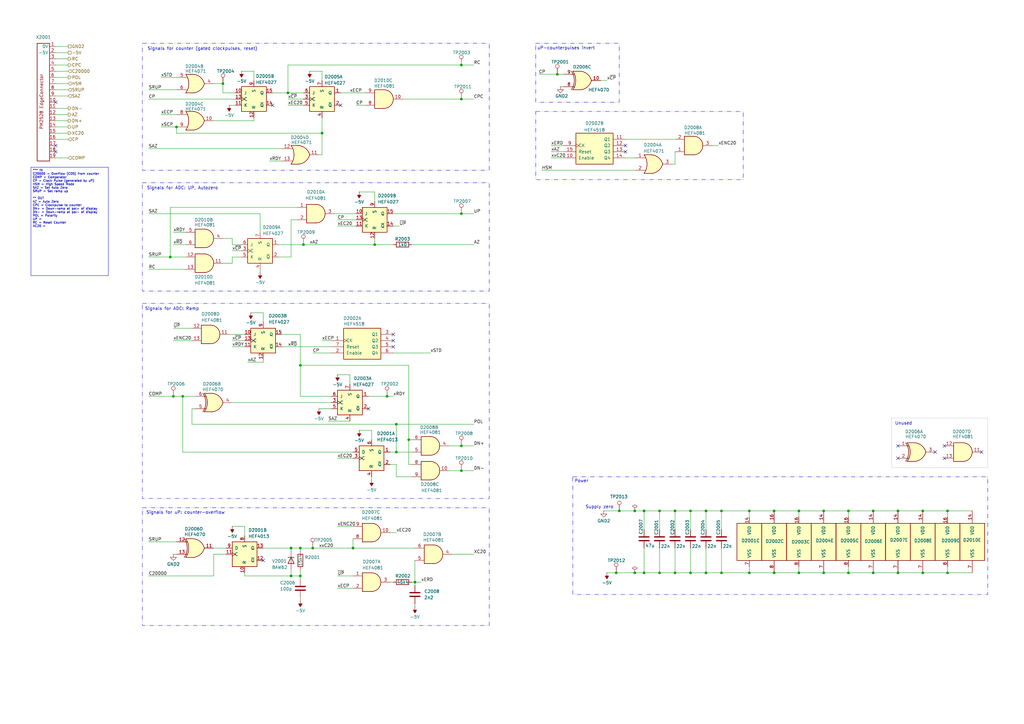
<source format=kicad_sch>
(kicad_sch (version 20250114) (generator "eeschema") (generator_version "9.0")
  (paper "A3")
  (title_block (title "Philips PM2528 - N20 (ADC Control)") (date "2025-08-07") (rev "1.0") (company "D. Kupers"))
  (rectangle (start 58.42 124.46) (end 200.66 204.47) (stroke (width 0) (type dash_dot_dot)))
  (rectangle (start 365.76 171.45) (end 405.13 191.77) (stroke (width 0) (type dot)))
  (rectangle (start 58.42 17.78) (end 200.66 69.85) (stroke (width 0) (type dash_dot_dot)))
  (rectangle (start 58.42 74.93) (end 200.66 119.38) (stroke (width 0) (type dash_dot_dot)))
  (rectangle (start 219.71 17.78) (end 254 41.91) (stroke (width 0) (type dash_dot_dot)))
  (rectangle (start 58.42 208.28) (end 200.66 256.54) (stroke (width 0) (type dash_dot_dot)))
  (rectangle (start 219.71 45.72) (end 304.8 73.66) (stroke (width 0) (type dash_dot_dot)))
  (rectangle (start 234.95 195.58) (end 405.13 243.84) (stroke (width 0) (type dash_dot_dot)))
  (text "Signals for ADC: UP, Autozero" (at 60.198 77.216 0) (effects (font (size 1.27 1.27)) (justify left)))
  (text "Signals for ADC: Ramp" (at 59.436 126.746 0) (effects (font (size 1.27 1.27)) (justify left)))
  (text "Power" (at 238.506 197.358 0) (effects (font (size 1.27 1.27))))
  (text "Supply zero" (at 245.872 208.026 0) (effects (font (size 1.27 1.27))))
  (text "uP-counterpulses invert" (at 232.156 19.812 0) (effects (font (size 1.27 1.27))))
  (text "Signals for counter (gated clockpulses, reset)" (at 60.452 20.066 0) (effects (font (size 1.27 1.27)) (justify left)))
  (text "Signals for uP: counter-overflow" (at 59.944 210.312 0) (effects (font (size 1.27 1.27)) (justify left)))
  (text "Unused" (at 370.586 173.736 0) (effects (font (size 1.27 1.27))))
  (text_box "*** IN\nC20000 = Overflow (CO5) from counter\nCOMP = Comperator\nCP = Clock Pulse (generated by uP)\nHSM = High Speed Mode\nSAZ = Set Auto Zero\nSRUP = Set ramp up\n\n** OUT\nAZ = Auto Zero\nCPC = Clockpulse to counter\nDN+ = Down-ramp at pol+ of display\nDN- = Down-ramp at pol- of display\nPOL = Polarity\nUP =\nRC = Reset Counter\nXC20 = \n" (at 12.7 68.58 0) (size 31.75 44.45) (margins 0.6668 0.6668 0.6668 0.6668) (effects (font (size 0.889 0.889)) (justify left top)))
  (junction (at 289.56 209.55))
  (junction (at 124.46 100.33))
  (junction (at 368.3 234.95))
  (junction (at 295.91 234.95))
  (junction (at 228.6 30.48))
  (junction (at 189.23 26.67))
  (junction (at 123.19 236.22))
  (junction (at 167.64 180.34))
  (junction (at 74.93 162.56))
  (junction (at 260.35 234.95))
  (junction (at 295.91 209.55))
  (junction (at 162.56 185.42))
  (junction (at 189.23 40.64))
  (junction (at 72.39 52.07))
  (junction (at 132.08 54.61))
  (junction (at 283.21 234.95))
  (junction (at 119.38 236.22))
  (junction (at 347.98 209.55))
  (junction (at 260.35 209.55))
  (junction (at 158.75 162.56))
  (junction (at 327.66 209.55))
  (junction (at 252.73 234.95))
  (junction (at 347.98 234.95))
  (junction (at 128.27 224.79))
  (junction (at 69.85 105.41))
  (junction (at 153.67 100.33))
  (junction (at 270.51 234.95))
  (junction (at 368.3 209.55))
  (junction (at 276.86 234.95))
  (junction (at 337.82 234.95))
  (junction (at 317.5 209.55))
  (junction (at 337.82 209.55))
  (junction (at 264.16 209.55))
  (junction (at 378.46 234.95))
  (junction (at 119.38 224.79))
  (junction (at 307.34 234.95))
  (junction (at 283.21 209.55))
  (junction (at 378.46 209.55))
  (junction (at 189.23 182.88))
  (junction (at 118.11 38.1))
  (junction (at 289.56 234.95))
  (junction (at 162.56 173.99))
  (junction (at 388.62 234.95))
  (junction (at 123.19 149.86))
  (junction (at 189.23 87.63))
  (junction (at 189.23 193.04))
  (junction (at 91.44 34.29))
  (junction (at 327.66 234.95))
  (junction (at 170.18 238.76))
  (junction (at 264.16 234.95))
  (junction (at 254 209.55))
  (junction (at 144.78 224.79))
  (junction (at 276.86 209.55))
  (junction (at 358.14 209.55))
  (junction (at 358.14 234.95))
  (junction (at 317.5 234.95))
  (junction (at 307.34 209.55))
  (junction (at 71.12 162.56))
  (junction (at 388.62 209.55))
  (junction (at 123.19 224.79))
  (junction (at 270.51 209.55))
  (no_connect (at 111.76 43.18))
  (no_connect (at 368.3 187.96))
  (no_connect (at 107.95 229.87))
  (no_connect (at 22.86 59.69))
  (no_connect (at 383.54 185.42))
  (no_connect (at 161.29 142.24))
  (no_connect (at 387.35 182.88))
  (no_connect (at 139.7 43.18))
  (no_connect (at 256.54 62.23))
  (no_connect (at 161.29 137.16))
  (no_connect (at 402.59 185.42))
  (no_connect (at 256.54 59.69))
  (no_connect (at 368.3 182.88))
  (no_connect (at 387.35 187.96))
  (no_connect (at 151.13 167.64))
  (no_connect (at 161.29 139.7))
  (no_connect (at 22.86 62.23))
  (no_connect (at 22.86 41.91))
  (wire (pts (xy 153.67 97.79) (xy 153.67 100.33)))
  (wire (pts (xy 78.74 173.99) (xy 78.74 167.64)))
  (wire (pts (xy 118.11 43.18) (xy 124.46 43.18)))
  (wire (pts (xy 144.78 224.79) (xy 170.18 224.79)))
  (wire (pts (xy 95.25 97.79) (xy 95.25 100.33)))
  (wire (pts (xy 123.19 233.68) (xy 123.19 236.22)))
  (wire (pts (xy 289.56 209.55) (xy 295.91 209.55)))
  (wire (pts (xy 132.08 33.02) (xy 132.08 29.21)))
  (wire (pts (xy 22.86 52.07) (xy 27.94 52.07)))
  (wire (pts (xy 347.98 209.55) (xy 358.14 209.55)))
  (wire (pts (xy 264.16 209.55) (xy 264.16 217.17)))
  (wire (pts (xy 74.93 185.42) (xy 144.78 185.42)))
  (wire (pts (xy 168.91 180.34) (xy 167.64 180.34)))
  (wire (pts (xy 104.14 29.21) (xy 104.14 33.02)))
  (wire (pts (xy 276.86 67.31) (xy 276.86 62.23)))
  (wire (pts (xy 347.98 232.41) (xy 347.98 234.95)))
  (wire (pts (xy 118.11 26.67) (xy 118.11 38.1)))
  (wire (pts (xy 270.51 209.55) (xy 270.51 217.17)))
  (wire (pts (xy 275.59 67.31) (xy 276.86 67.31)))
  (wire (pts (xy 87.63 236.22) (xy 87.63 227.33)))
  (wire (pts (xy 115.57 137.16) (xy 123.19 137.16)))
  (wire (pts (xy 91.44 107.95) (xy 95.25 107.95)))
  (wire (pts (xy 327.66 209.55) (xy 327.66 212.09)))
  (wire (pts (xy 128.27 224.79) (xy 144.78 224.79)))
  (wire (pts (xy 167.64 180.34) (xy 167.64 149.86)))
  (wire (pts (xy 60.96 110.49) (xy 76.2 110.49)))
  (wire (pts (xy 22.86 31.75) (xy 27.94 31.75)))
  (wire (pts (xy 22.86 36.83) (xy 27.94 36.83)))
  (wire (pts (xy 124.46 100.33) (xy 153.67 100.33)))
  (wire (pts (xy 162.56 173.99) (xy 162.56 185.42)))
  (wire (pts (xy 107.95 224.79) (xy 119.38 224.79)))
  (wire (pts (xy 104.14 49.53) (xy 104.14 48.26)))
  (wire (pts (xy 151.13 162.56) (xy 158.75 162.56)))
  (wire (pts (xy 71.12 95.25) (xy 76.2 95.25)))
  (wire (pts (xy 60.96 60.96) (xy 115.57 60.96)))
  (wire (pts (xy 152.4 176.53) (xy 152.4 180.34)))
  (wire (pts (xy 307.34 234.95) (xy 317.5 234.95)))
  (wire (pts (xy 60.96 36.83) (xy 72.39 36.83)))
  (wire (pts (xy 378.46 234.95) (xy 388.62 234.95)))
  (wire (pts (xy 138.43 153.67) (xy 143.51 153.67)))
  (wire (pts (xy 276.86 209.55) (xy 283.21 209.55)))
  (wire (pts (xy 189.23 40.64) (xy 194.31 40.64)))
  (wire (pts (xy 99.06 29.21) (xy 104.14 29.21)))
  (wire (pts (xy 229.87 35.56) (xy 231.14 35.56)))
  (wire (pts (xy 194.31 173.99) (xy 162.56 173.99)))
  (wire (pts (xy 289.56 224.79) (xy 289.56 234.95)))
  (wire (pts (xy 194.31 26.67) (xy 189.23 26.67)))
  (wire (pts (xy 138.43 215.9) (xy 144.78 215.9)))
  (wire (pts (xy 87.63 49.53) (xy 104.14 49.53)))
  (wire (pts (xy 283.21 224.79) (xy 283.21 234.95)))
  (wire (pts (xy 114.3 100.33) (xy 124.46 100.33)))
  (wire (pts (xy 170.18 238.76) (xy 172.72 238.76)))
  (wire (pts (xy 123.19 149.86) (xy 123.19 162.56)))
  (wire (pts (xy 95.25 102.87) (xy 99.06 102.87)))
  (wire (pts (xy 60.96 105.41) (xy 69.85 105.41)))
  (wire (pts (xy 95.25 100.33) (xy 99.06 100.33)))
  (wire (pts (xy 138.43 90.17) (xy 146.05 90.17)))
  (wire (pts (xy 118.11 26.67) (xy 189.23 26.67)))
  (wire (pts (xy 162.56 195.58) (xy 168.91 195.58)))
  (wire (pts (xy 246.38 33.02) (xy 248.92 33.02)))
  (wire (pts (xy 66.04 52.07) (xy 72.39 52.07)))
  (wire (pts (xy 119.38 224.79) (xy 123.19 224.79)))
  (wire (pts (xy 289.56 209.55) (xy 289.56 217.17)))
  (wire (pts (xy 72.39 54.61) (xy 72.39 52.07)))
  (wire (pts (xy 153.67 100.33) (xy 161.29 100.33)))
  (wire (pts (xy 270.51 209.55) (xy 276.86 209.55)))
  (wire (pts (xy 388.62 232.41) (xy 388.62 234.95)))
  (wire (pts (xy 78.74 173.99) (xy 162.56 173.99)))
  (wire (pts (xy 254 209.55) (xy 260.35 209.55)))
  (wire (pts (xy 185.42 227.33) (xy 194.31 227.33)))
  (wire (pts (xy 106.68 111.76) (xy 106.68 110.49)))
  (wire (pts (xy 228.6 30.48) (xy 231.14 30.48)))
  (wire (pts (xy 66.04 46.99) (xy 72.39 46.99)))
  (wire (pts (xy 22.86 21.59) (xy 27.94 21.59)))
  (wire (pts (xy 283.21 209.55) (xy 283.21 217.17)))
  (wire (pts (xy 60.96 222.25) (xy 72.39 222.25)))
  (wire (pts (xy 146.05 43.18) (xy 149.86 43.18)))
  (wire (pts (xy 160.02 218.44) (xy 162.56 218.44)))
  (wire (pts (xy 168.91 190.5) (xy 167.64 190.5)))
  (wire (pts (xy 123.19 137.16) (xy 123.19 149.86)))
  (wire (pts (xy 368.3 209.55) (xy 378.46 209.55)))
  (wire (pts (xy 388.62 209.55) (xy 398.78 209.55)))
  (wire (pts (xy 226.06 64.77) (xy 231.14 64.77)))
  (wire (pts (xy 22.86 54.61) (xy 27.94 54.61)))
  (wire (pts (xy 22.86 34.29) (xy 27.94 34.29)))
  (wire (pts (xy 160.02 238.76) (xy 161.29 238.76)))
  (wire (pts (xy 71.12 139.7) (xy 78.74 139.7)))
  (wire (pts (xy 252.73 234.95) (xy 260.35 234.95)))
  (wire (pts (xy 95.25 139.7) (xy 100.33 139.7)))
  (wire (pts (xy 147.32 176.53) (xy 152.4 176.53)))
  (wire (pts (xy 337.82 234.95) (xy 347.98 234.95)))
  (wire (pts (xy 358.14 234.95) (xy 368.3 234.95)))
  (wire (pts (xy 119.38 90.17) (xy 119.38 105.41)))
  (wire (pts (xy 71.12 162.56) (xy 74.93 162.56)))
  (wire (pts (xy 22.86 26.67) (xy 27.94 26.67)))
  (wire (pts (xy 22.86 64.77) (xy 27.94 64.77)))
  (wire (pts (xy 317.5 209.55) (xy 327.66 209.55)))
  (wire (pts (xy 78.74 167.64) (xy 80.01 167.64)))
  (wire (pts (xy 71.12 134.62) (xy 78.74 134.62)))
  (wire (pts (xy 220.98 30.48) (xy 228.6 30.48)))
  (wire (pts (xy 95.25 142.24) (xy 100.33 142.24)))
  (wire (pts (xy 170.18 247.65) (xy 170.18 248.92)))
  (wire (pts (xy 132.08 48.26) (xy 132.08 54.61)))
  (wire (pts (xy 264.16 209.55) (xy 270.51 209.55)))
  (wire (pts (xy 143.51 153.67) (xy 143.51 157.48)))
  (wire (pts (xy 137.16 87.63) (xy 146.05 87.63)))
  (wire (pts (xy 160.02 185.42) (xy 162.56 185.42)))
  (wire (pts (xy 368.3 234.95) (xy 378.46 234.95)))
  (wire (pts (xy 111.76 38.1) (xy 118.11 38.1)))
  (wire (pts (xy 170.18 238.76) (xy 170.18 229.87)))
  (wire (pts (xy 139.7 38.1) (xy 149.86 38.1)))
  (wire (pts (xy 276.86 234.95) (xy 283.21 234.95)))
  (wire (pts (xy 170.18 240.03) (xy 170.18 238.76)))
  (wire (pts (xy 264.16 234.95) (xy 270.51 234.95)))
  (wire (pts (xy 71.12 227.33) (xy 72.39 227.33)))
  (wire (pts (xy 132.08 54.61) (xy 132.08 63.5)))
  (wire (pts (xy 22.86 29.21) (xy 27.94 29.21)))
  (wire (pts (xy 168.91 100.33) (xy 194.31 100.33)))
  (wire (pts (xy 276.86 224.79) (xy 276.86 234.95)))
  (wire (pts (xy 93.98 43.18) (xy 96.52 43.18)))
  (wire (pts (xy 189.23 182.88) (xy 194.31 182.88)))
  (wire (pts (xy 127 29.21) (xy 132.08 29.21)))
  (wire (pts (xy 106.68 87.63) (xy 106.68 95.25)))
  (wire (pts (xy 295.91 224.79) (xy 295.91 234.95)))
  (wire (pts (xy 66.04 31.75) (xy 72.39 31.75)))
  (wire (pts (xy 295.91 209.55) (xy 307.34 209.55)))
  (wire (pts (xy 256.54 57.15) (xy 276.86 57.15)))
  (wire (pts (xy 69.85 105.41) (xy 76.2 105.41)))
  (wire (pts (xy 118.11 38.1) (xy 124.46 38.1)))
  (wire (pts (xy 95.25 165.1) (xy 135.89 165.1)))
  (wire (pts (xy 60.96 87.63) (xy 106.68 87.63)))
  (wire (pts (xy 264.16 224.79) (xy 264.16 234.95)))
  (wire (pts (xy 378.46 209.55) (xy 388.62 209.55)))
  (wire (pts (xy 347.98 209.55) (xy 347.98 212.09)))
  (wire (pts (xy 119.38 224.79) (xy 119.38 226.06)))
  (wire (pts (xy 118.11 40.64) (xy 124.46 40.64)))
  (wire (pts (xy 226.06 59.69) (xy 231.14 59.69)))
  (wire (pts (xy 161.29 92.71) (xy 163.83 92.71)))
  (wire (pts (xy 95.25 215.9) (xy 100.33 215.9)))
  (wire (pts (xy 69.85 85.09) (xy 121.92 85.09)))
  (wire (pts (xy 388.62 209.55) (xy 388.62 212.09)))
  (wire (pts (xy 123.19 224.79) (xy 128.27 224.79)))
  (wire (pts (xy 161.29 144.78) (xy 176.53 144.78)))
  (wire (pts (xy 69.85 85.09) (xy 69.85 105.41)))
  (wire (pts (xy 162.56 185.42) (xy 168.91 185.42)))
  (wire (pts (xy 74.93 162.56) (xy 74.93 185.42)))
  (wire (pts (xy 347.98 234.95) (xy 358.14 234.95)))
  (wire (pts (xy 276.86 209.55) (xy 276.86 217.17)))
  (wire (pts (xy 60.96 40.64) (xy 96.52 40.64)))
  (wire (pts (xy 168.91 238.76) (xy 170.18 238.76)))
  (wire (pts (xy 270.51 224.79) (xy 270.51 234.95)))
  (wire (pts (xy 91.44 97.79) (xy 95.25 97.79)))
  (wire (pts (xy 119.38 105.41) (xy 114.3 105.41)))
  (wire (pts (xy 138.43 187.96) (xy 144.78 187.96)))
  (wire (pts (xy 87.63 34.29) (xy 91.44 34.29)))
  (wire (pts (xy 107.95 128.27) (xy 107.95 132.08)))
  (wire (pts (xy 317.5 234.95) (xy 327.66 234.95)))
  (wire (pts (xy 134.62 172.72) (xy 143.51 172.72)))
  (wire (pts (xy 283.21 234.95) (xy 289.56 234.95)))
  (wire (pts (xy 91.44 38.1) (xy 96.52 38.1)))
  (wire (pts (xy 107.95 147.32) (xy 107.95 148.59)))
  (wire (pts (xy 91.44 34.29) (xy 91.44 38.1)))
  (wire (pts (xy 123.19 245.11) (xy 123.19 246.38)))
  (wire (pts (xy 138.43 241.3) (xy 144.78 241.3)))
  (wire (pts (xy 115.57 142.24) (xy 135.89 142.24)))
  (wire (pts (xy 119.38 90.17) (xy 121.92 90.17)))
  (wire (pts (xy 292.1 59.69) (xy 294.64 59.69)))
  (wire (pts (xy 22.86 19.05) (xy 27.94 19.05)))
  (wire (pts (xy 260.35 234.95) (xy 264.16 234.95)))
  (wire (pts (xy 337.82 209.55) (xy 347.98 209.55)))
  (wire (pts (xy 247.65 209.55) (xy 254 209.55)))
  (wire (pts (xy 22.86 39.37) (xy 27.94 39.37)))
  (wire (pts (xy 327.66 232.41) (xy 327.66 234.95)))
  (wire (pts (xy 295.91 209.55) (xy 295.91 217.17)))
  (wire (pts (xy 123.19 236.22) (xy 119.38 236.22)))
  (wire (pts (xy 165.1 40.64) (xy 189.23 40.64)))
  (wire (pts (xy 60.96 236.22) (xy 87.63 236.22)))
  (wire (pts (xy 144.78 220.98) (xy 144.78 224.79)))
  (wire (pts (xy 60.96 162.56) (xy 71.12 162.56)))
  (wire (pts (xy 222.25 69.85) (xy 260.35 69.85)))
  (wire (pts (xy 307.34 209.55) (xy 307.34 212.09)))
  (wire (pts (xy 72.39 54.61) (xy 132.08 54.61)))
  (wire (pts (xy 95.25 107.95) (xy 95.25 105.41)))
  (wire (pts (xy 184.15 182.88) (xy 189.23 182.88)))
  (wire (pts (xy 147.32 78.74) (xy 153.67 78.74)))
  (wire (pts (xy 130.81 63.5) (xy 132.08 63.5)))
  (wire (pts (xy 119.38 236.22) (xy 100.33 236.22)))
  (wire (pts (xy 87.63 227.33) (xy 92.71 227.33)))
  (wire (pts (xy 119.38 233.68) (xy 119.38 236.22)))
  (wire (pts (xy 123.19 162.56) (xy 135.89 162.56)))
  (wire (pts (xy 123.19 226.06) (xy 123.19 224.79)))
  (wire (pts (xy 87.63 224.79) (xy 92.71 224.79)))
  (wire (pts (xy 130.81 167.64) (xy 135.89 167.64)))
  (wire (pts (xy 74.93 162.56) (xy 80.01 162.56)))
  (wire (pts (xy 153.67 82.55) (xy 153.67 78.74)))
  (wire (pts (xy 128.27 144.78) (xy 135.89 144.78)))
  (wire (pts (xy 22.86 24.13) (xy 27.94 24.13)))
  (wire (pts (xy 102.87 128.27) (xy 107.95 128.27)))
  (wire (pts (xy 226.06 62.23) (xy 231.14 62.23)))
  (wire (pts (xy 138.43 92.71) (xy 146.05 92.71)))
  (wire (pts (xy 184.15 193.04) (xy 189.23 193.04)))
  (wire (pts (xy 152.4 196.85) (xy 152.4 195.58)))
  (wire (pts (xy 248.92 234.95) (xy 252.73 234.95)))
  (wire (pts (xy 100.33 215.9) (xy 100.33 219.71)))
  (wire (pts (xy 260.35 209.55) (xy 264.16 209.55)))
  (wire (pts (xy 307.34 232.41) (xy 307.34 234.95)))
  (wire (pts (xy 95.25 105.41) (xy 99.06 105.41)))
  (wire (pts (xy 260.35 64.77) (xy 256.54 64.77)))
  (wire (pts (xy 110.49 66.04) (xy 115.57 66.04)))
  (wire (pts (xy 138.43 236.22) (xy 144.78 236.22)))
  (wire (pts (xy 358.14 209.55) (xy 368.3 209.55)))
  (wire (pts (xy 123.19 237.49) (xy 123.19 236.22)))
  (wire (pts (xy 22.86 49.53) (xy 27.94 49.53)))
  (wire (pts (xy 388.62 234.95) (xy 398.78 234.95)))
  (wire (pts (xy 160.02 190.5) (xy 162.56 190.5)))
  (wire (pts (xy 307.34 209.55) (xy 317.5 209.55)))
  (wire (pts (xy 71.12 100.33) (xy 76.2 100.33)))
  (wire (pts (xy 100.33 236.22) (xy 100.33 234.95)))
  (wire (pts (xy 189.23 193.04) (xy 194.31 193.04)))
  (wire (pts (xy 93.98 137.16) (xy 100.33 137.16)))
  (wire (pts (xy 327.66 209.55) (xy 337.82 209.55)))
  (wire (pts (xy 167.64 190.5) (xy 167.64 180.34)))
  (wire (pts (xy 22.86 46.99) (xy 27.94 46.99)))
  (wire (pts (xy 22.86 57.15) (xy 27.94 57.15)))
  (wire (pts (xy 158.75 162.56) (xy 161.29 162.56)))
  (wire (pts (xy 189.23 87.63) (xy 194.31 87.63)))
  (wire (pts (xy 270.51 234.95) (xy 276.86 234.95)))
  (wire (pts (xy 22.86 44.45) (xy 27.94 44.45)))
  (wire (pts (xy 107.95 148.59) (xy 101.6 148.59)))
  (wire (pts (xy 283.21 209.55) (xy 289.56 209.55)))
  (wire (pts (xy 327.66 234.95) (xy 337.82 234.95)))
  (wire (pts (xy 295.91 234.95) (xy 307.34 234.95)))
  (wire (pts (xy 132.08 139.7) (xy 135.89 139.7)))
  (wire (pts (xy 289.56 234.95) (xy 295.91 234.95)))
  (wire (pts (xy 123.19 149.86) (xy 167.64 149.86)))
  (wire (pts (xy 161.29 87.63) (xy 189.23 87.63)))
  (wire (pts (xy 162.56 190.5) (xy 162.56 195.58)))
  (label "SAZ" (at 134.62 172.72 0))
  (label "xECP" (at 138.43 241.3 0))
  (label "C20000" (at 60.96 236.22 0))
  (label "xSTD" (at 66.04 31.75 0))
  (label "CP" (at 60.96 40.64 0))
  (label "CP" (at 138.43 90.17 0))
  (label "xRDY" (at 110.49 66.04 0))
  (label "xECP" (at 132.08 139.7 0))
  (label "CP" (at 128.27 144.78 0))
  (label "SRUP" (at 60.96 222.25 0))
  (label "SRUP" (at 60.96 105.41 0))
  (label "x~{RD}" (at 118.11 142.24 0))
  (label "xERD" (at 226.06 59.69 0))
  (label "xSTD" (at 176.53 144.78 0))
  (label "xEC20" (at 138.43 92.71 0))
  (label "xRDY" (at 161.29 162.56 0))
  (label "~{UP}" (at 163.83 92.71 0))
  (label "UP" (at 194.31 87.63 0))
  (label "xxC20" (at 130.81 224.79 0))
  (label "xECP" (at 143.51 38.1 0))
  (label "xENC20" (at 294.64 59.69 0))
  (label "xECP" (at 66.04 46.99 0))
  (label "xENC20" (at 138.43 215.9 0))
  (label "xERD" (at 172.72 238.76 0))
  (label "DN-" (at 194.31 193.04 0))
  (label "XC20" (at 194.31 227.33 0))
  (label "SAZ" (at 60.96 87.63 0))
  (label "AZ" (at 194.31 100.33 0))
  (label "xAZ" (at 226.06 62.23 0))
  (label "x~{CP}" (at 95.25 139.7 0))
  (label "CPC" (at 194.31 40.64 0))
  (label "SAZ" (at 60.96 60.96 0))
  (label "xSCP" (at 66.04 52.07 0))
  (label "xEC20" (at 162.56 218.44 0))
  (label "x~{CP}" (at 248.92 33.02 0))
  (label "x~{RD}" (at 71.12 100.33 0))
  (label "DN+" (at 194.31 182.88 0))
  (label "xRDY" (at 95.25 142.24 0))
  (label "x~{CP}" (at 95.25 102.87 0))
  (label "xENC20" (at 71.12 139.7 0))
  (label "xAZ" (at 101.6 148.59 0))
  (label "COMP" (at 60.96 162.56 0))
  (label "xEC20" (at 138.43 187.96 0))
  (label "SRUP" (at 60.96 36.83 0))
  (label "xEC20" (at 118.11 43.18 0))
  (label "x~{CP}" (at 118.11 40.64 0))
  (label "HSM" (at 222.25 69.85 0))
  (label "xxC20" (at 226.06 64.77 0))
  (label "CP" (at 146.05 43.18 0))
  (label "xRDY" (at 71.12 95.25 0))
  (label "RC" (at 194.31 26.67 0))
  (label "~{UP}" (at 138.43 236.22 0))
  (label "POL" (at 194.31 173.99 0))
  (label "RC" (at 60.96 110.49 0))
  (label "~{UP}" (at 71.12 134.62 0))
  (label "CP" (at 220.98 30.48 0))
  (label "xAZ" (at 127 100.33 0))
  (hierarchical_label "SAZ" (shape input) (at 27.94 39.37 0))
  (hierarchical_label "HSM" (shape input) (at 27.94 34.29 0))
  (hierarchical_label "AZ" (shape output) (at 27.94 46.99 0))
  (hierarchical_label "DN+" (shape output) (at 27.94 49.53 0))
  (hierarchical_label "CP" (shape input) (at 27.94 57.15 0))
  (hierarchical_label "XC20" (shape output) (at 27.94 54.61 0))
  (hierarchical_label "C20000" (shape input) (at 27.94 29.21 0))
  (hierarchical_label "DN-" (shape output) (at 27.94 44.45 0))
  (hierarchical_label "COMP" (shape input) (at 27.94 64.77 0))
  (hierarchical_label "RC" (shape output) (at 27.94 24.13 0))
  (hierarchical_label "-5V" (shape passive) (at 27.94 21.59 0))
  (hierarchical_label "CPC" (shape output) (at 27.94 26.67 0))
  (hierarchical_label "UP" (shape output) (at 27.94 52.07 0))
  (hierarchical_label "SRUP" (shape input) (at 27.94 36.83 0))
  (hierarchical_label "GND2" (shape passive) (at 27.94 19.05 0))
  (hierarchical_label "POL" (shape output) (at 27.94 31.75 0))
  (symbol (lib_id "Device:R") (at 165.1 100.33 90) (unit 1)
    (property "Reference" "R2003" (at 165.1 98.044 90))
    (property "Value" "1k0" (at 165.1 100.33 90))
    (property "Footprint" "Resistor_THT:R_Axial_DIN0207_L6.3mm_D2.5mm_P10.16mm_Horizontal" (effects (hide yes)))
    (property "Description" "Resistor" (effects (hide yes)))
  )
  (symbol (lib_id "4xxx:4070") (at 375.92 185.42 0) (unit 1)
    (property "Reference" "D2006" (at 374.904 177.038 0))
    (property "Value" "HEF4070" (at 375.6152 179.07 0))
    (property "Footprint" "Package_DIP:DIP-14_W7.62mm" (effects (hide yes)))
    (property "Datasheet" "http://www.intersil.com/content/dam/Intersil/documents/cd40/cd4070bms-77bms.pdf" (effects (hide yes)))
    (property "Description" "Quad Xor 2 inputs" (effects (hide yes)))
  )
  (symbol (lib_id "PM2528:PCBEdge_Plugincard") (at 17.78 41.91 0) (unit 1)
    (property "Reference" "X2001" (at 17.78 15.24 0))
    (property "Footprint" "PM2528:PM2528_RiserCardConnector" (effects (hide yes)))
  )
  (symbol (lib_id "4xxx:4027") (at 107.95 139.7 0) (unit 2)
    (property "Reference" "D2003" (at 110.1441 129.54 0) (effects (justify left)))
    (property "Value" "HEF4027" (at 110.1441 132.08 0) (effects (justify left)))
    (property "Footprint" "Package_DIP:DIP-16_W7.62mm" (effects (hide yes)))
    (property "Datasheet" "http://www.intersil.com/content/dam/Intersil/documents/cd40/cd4027bms.pdf" (effects (hide yes)))
    (property "Description" "Dual JK FlipFlop, set & reset" (effects (hide yes)))
  )
  (symbol (lib_id "power:GND2") (at 229.87 35.56 0) (unit 1)
    (property "Reference" "#PWR01" (effects (hide yes)))
    (property "Value" "GND2" (at 230.378 39.37 0))
    (property "Description" "Power symbol creates a global label with name \"GND2\" , ground" (effects (hide yes)))
  )
  (symbol (lib_id "Device:C") (at 295.91 220.98 0) (unit 1)
    (property "Reference" "C2005" (at 294.64 219.456 90) (effects (justify left)))
    (property "Value" "22n" (at 296.418 224.028 0) (effects (justify left)))
    (property "Footprint" "Capacitor_THT:C_Disc_D5.0mm_W2.5mm_P5.00mm" (effects (hide yes)))
    (property "Description" "Unpolarized capacitor" (effects (hide yes)))
  )
  (symbol (lib_id "power:-5V") (at 95.25 215.9 180) (unit 1)
    (property "Reference" "#PWR017" (effects (hide yes)))
    (property "Value" "-5V" (at 95.25 219.964 0))
    (property "Description" "Power symbol creates a global label with name \"-5V\"" (effects (hide yes)))
  )
  (symbol (lib_id "4xxx:4027") (at 153.67 90.17 0) (unit 2)
    (property "Reference" "D2009" (at 154.94 80.264 0) (effects (justify left)))
    (property "Value" "HEF4027" (at 154.94 82.804 0) (effects (justify left)))
    (property "Footprint" "Package_DIP:DIP-16_W7.62mm" (effects (hide yes)))
    (property "Datasheet" "http://www.intersil.com/content/dam/Intersil/documents/cd40/cd4027bms.pdf" (effects (hide yes)))
    (property "Description" "Dual JK FlipFlop, set & reset" (effects (hide yes)))
  )
  (symbol (lib_id "4xxx:4070") (at 238.76 33.02 0) (mirror x) (unit 3)
    (property "Reference" "D2006" (at 238.76 27.432 0))
    (property "Value" "HEF4070" (at 245.618 36.83 0))
    (property "Footprint" "Package_DIP:DIP-14_W7.62mm" (effects (hide yes)))
    (property "Datasheet" "http://www.intersil.com/content/dam/Intersil/documents/cd40/cd4070bms-77bms.pdf" (effects (hide yes)))
    (property "Description" "Quad Xor 2 inputs" (effects (hide yes)))
  )
  (symbol (lib_id "Device:R") (at 123.19 229.87 0) (unit 1)
    (property "Reference" "R2001" (at 124.968 228.6 0) (effects (justify left)))
    (property "Value" "15k4" (at 123.19 232.156 90) (effects (justify left)))
    (property "Footprint" "Resistor_THT:R_Axial_DIN0207_L6.3mm_D2.5mm_P10.16mm_Horizontal" (effects (hide yes)))
    (property "Description" "Resistor" (effects (hide yes)))
  )
  (symbol (lib_id "Connector:TestPoint") (at 189.23 87.63 0) (unit 1)
    (property "Reference" "TP2007" (at 185.928 82.55 0) (effects (justify left)))
    (property "Value" "TestPoint" (effects (hide yes)))
    (property "Footprint" "Connector_Pin:Pin_D0.9mm_L10.0mm_W2.4mm_FlatFork" (effects (hide yes)))
    (property "Description" "test point" (effects (hide yes)))
  )
  (symbol (lib_id "4xxx:4027") (at 104.14 40.64 0) (unit 2)
    (property "Reference" "D2005" (at 104.902 31.242 0) (effects (justify left)))
    (property "Value" "HEF4027" (at 104.902 33.782 0) (effects (justify left)))
    (property "Footprint" "Package_DIP:DIP-16_W7.62mm" (effects (hide yes)))
    (property "Datasheet" "http://www.intersil.com/content/dam/Intersil/documents/cd40/cd4027bms.pdf" (effects (hide yes)))
    (property "Description" "Dual JK FlipFlop, set & reset" (effects (hide yes)))
  )
  (symbol (lib_id "4xxx:4070") (at 80.01 224.79 0) (unit 4)
    (property "Reference" "D2006" (at 79.502 216.916 0))
    (property "Value" "HEF4070" (at 79.9592 219.202 0))
    (property "Footprint" "Package_DIP:DIP-14_W7.62mm" (effects (hide yes)))
    (property "Datasheet" "http://www.intersil.com/content/dam/Intersil/documents/cd40/cd4070bms-77bms.pdf" (effects (hide yes)))
    (property "Description" "Quad Xor 2 inputs" (effects (hide yes)))
  )
  (symbol (lib_id "4xxx:4518") (at 148.59 139.7 0) (unit 1)
    (property "Reference" "D2002" (at 144.526 130.556 0))
    (property "Value" "HEF4518" (at 145.288 132.842 0))
    (property "Footprint" "Package_DIP:DIP-16_W7.62mm" (effects (hide yes)))
    (property "Datasheet" "http://www.intersil.com/content/dam/Intersil/documents/cd45/cd4518bms-20bms.pdf" (effects (hide yes)))
    (property "Description" "Dual BCD Up-Counter" (effects (hide yes)))
  )
  (symbol (lib_id "Connector:TestPoint") (at 252.73 234.95 0) (unit 1)
    (property "Reference" "TP2012" (at 249.174 229.87 0) (effects (justify left)))
    (property "Value" "TestPoint" (effects (hide yes)))
    (property "Footprint" "Connector_Pin:Pin_D0.9mm_L10.0mm_W2.4mm_FlatFork" (effects (hide yes)))
    (property "Description" "test point" (effects (hide yes)))
  )
  (symbol (lib_id "Connector:TestPoint") (at 228.6 30.48 0) (unit 1)
    (property "Reference" "TP2001" (at 226.06 25.4 0) (effects (justify left)))
    (property "Value" "TestPoint" (effects (hide yes)))
    (property "Footprint" "Connector_Pin:Pin_D0.9mm_L10.0mm_W2.4mm_FlatFork" (effects (hide yes)))
    (property "Description" "test point" (effects (hide yes)))
  )
  (symbol (lib_id "power:-5V") (at 106.68 111.76 180) (unit 1)
    (property "Reference" "#PWR09" (effects (hide yes)))
    (property "Value" "-5V" (at 106.68 115.824 0))
    (property "Description" "Power symbol creates a global label with name \"-5V\"" (effects (hide yes)))
  )
  (symbol (lib_id "power:-5V") (at 138.43 153.67 180) (unit 1)
    (property "Reference" "#PWR015" (effects (hide yes)))
    (property "Value" "-5V" (at 138.43 157.734 0))
    (property "Description" "Power symbol creates a global label with name \"-5V\"" (effects (hide yes)))
  )
  (symbol (lib_id "Device:C") (at 170.18 243.84 0) (unit 1)
    (property "Reference" "C2008" (at 173.99 242.5699 0) (effects (justify left)))
    (property "Value" "2n2" (at 173.99 245.1099 0) (effects (justify left)))
    (property "Footprint" "Capacitor_THT:C_Disc_D5.0mm_W2.5mm_P5.00mm" (effects (hide yes)))
    (property "Description" "Unpolarized capacitor" (effects (hide yes)))
  )
  (symbol (lib_id "Connector:TestPoint") (at 124.46 100.33 0) (unit 1)
    (property "Reference" "TP2009" (at 121.92 95.25 0) (effects (justify left)))
    (property "Value" "TestPoint" (effects (hide yes)))
    (property "Footprint" "Connector_Pin:Pin_D0.9mm_L10.0mm_W2.4mm_FlatFork" (effects (hide yes)))
    (property "Description" "test point" (effects (hide yes)))
  )
  (symbol (lib_id "power:-5V") (at 152.4 196.85 180) (unit 1)
    (property "Reference" "#PWR05" (effects (hide yes)))
    (property "Value" "-5V" (at 152.4 200.914 0))
    (property "Description" "Power symbol creates a global label with name \"-5V\"" (effects (hide yes)))
  )
  (symbol (lib_id "Connector:TestPoint") (at 189.23 193.04 0) (unit 1)
    (property "Reference" "TP2010" (at 186.69 187.96 0) (effects (justify left)))
    (property "Value" "TestPoint" (effects (hide yes)))
    (property "Footprint" "Connector_Pin:Pin_D0.9mm_L10.0mm_W2.4mm_FlatFork" (effects (hide yes)))
    (property "Description" "test point" (effects (hide yes)))
  )
  (symbol (lib_id "Connector:TestPoint") (at 189.23 26.67 0) (unit 1)
    (property "Reference" "TP2003" (at 185.674 21.59 0) (effects (justify left)))
    (property "Value" "TestPoint" (effects (hide yes)))
    (property "Footprint" "Connector_Pin:Pin_D0.9mm_L10.0mm_W2.4mm_FlatFork" (effects (hide yes)))
    (property "Description" "test point" (effects (hide yes)))
  )
  (symbol (lib_id "4xxx:4071") (at 267.97 67.31 0) (unit 1)
    (property "Reference" "D2004" (at 267.716 59.436 0))
    (property "Value" "HEF4071" (at 268.224 61.976 0))
    (property "Footprint" "Package_DIP:DIP-14_W7.62mm" (effects (hide yes)))
    (property "Datasheet" "http://www.intersil.com/content/dam/Intersil/documents/cd40/cd4071bms-72bms-75bms.pdf" (effects (hide yes)))
    (property "Description" "Quad Or 2 inputs" (effects (hide yes)))
  )
  (symbol (lib_id "Connector:TestPoint") (at 189.23 182.88 0) (unit 1)
    (property "Reference" "TP2008" (at 186.69 177.8 0) (effects (justify left)))
    (property "Value" "TestPoint" (effects (hide yes)))
    (property "Footprint" "Connector_Pin:Pin_D0.9mm_L10.0mm_W2.4mm_FlatFork" (effects (hide yes)))
    (property "Description" "test point" (effects (hide yes)))
  )
  (symbol (lib_id "power:-5V") (at 99.06 29.21 180) (unit 1)
    (property "Reference" "#PWR06" (effects (hide yes)))
    (property "Value" "-5V" (at 99.06 33.274 0))
    (property "Description" "Power symbol creates a global label with name \"-5V\"" (effects (hide yes)))
  )
  (symbol (lib_id "power:-5V") (at 248.92 234.95 180) (unit 1)
    (property "Reference" "#PWR03" (effects (hide yes)))
    (property "Value" "-5V" (at 248.92 239.014 0))
    (property "Description" "Power symbol creates a global label with name \"-5V\"" (effects (hide yes)))
  )
  (symbol (lib_id "4xxx:4027") (at 327.66 222.25 0) (unit 3)
    (property "Reference" "D2003" (at 324.612 222.25 0) (effects (justify left)))
    (property "Value" "HEF4027" (effects (hide yes)))
    (property "Footprint" "Package_DIP:DIP-16_W7.62mm" (effects (hide yes)))
    (property "Datasheet" "http://www.intersil.com/content/dam/Intersil/documents/cd40/cd4027bms.pdf" (effects (hide yes)))
    (property "Description" "Dual JK FlipFlop, set & reset" (effects (hide yes)))
  )
  (symbol (lib_id "Device:C") (at 276.86 220.98 0) (unit 1)
    (property "Reference" "C2002" (at 275.844 219.456 90) (effects (justify left)))
    (property "Value" "22n" (at 277.368 224.028 0) (effects (justify left)))
    (property "Footprint" "Capacitor_THT:C_Disc_D5.0mm_W2.5mm_P5.00mm" (effects (hide yes)))
    (property "Description" "Unpolarized capacitor" (effects (hide yes)))
  )
  (symbol (lib_id "4xxx:4081") (at 368.3 222.25 0) (unit 5)
    (property "Reference" "D2007" (at 364.998 221.488 0) (effects (justify left)))
    (property "Value" "HEF4081" (effects (hide yes)))
    (property "Footprint" "Package_DIP:DIP-14_W7.62mm" (effects (hide yes)))
    (property "Datasheet" "http://www.intersil.com/content/dam/Intersil/documents/cd40/cd4073bms-81bms-82bms.pdf" (effects (hide yes)))
    (property "Description" "Quad And 2 inputs" (effects (hide yes)))
  )
  (symbol (lib_id "4xxx:4027") (at 347.98 222.25 0) (unit 3)
    (property "Reference" "D2005" (at 344.678 221.742 0) (effects (justify left)))
    (property "Value" "HEF4027" (effects (hide yes)))
    (property "Footprint" "Package_DIP:DIP-16_W7.62mm" (effects (hide yes)))
    (property "Datasheet" "http://www.intersil.com/content/dam/Intersil/documents/cd40/cd4027bms.pdf" (effects (hide yes)))
    (property "Description" "Dual JK FlipFlop, set & reset" (effects (hide yes)))
  )
  (symbol (lib_id "Connector:TestPoint") (at 158.75 162.56 0) (unit 1)
    (property "Reference" "TP2002" (at 156.21 157.48 0) (effects (justify left)))
    (property "Value" "TestPoint" (effects (hide yes)))
    (property "Footprint" "Connector_Pin:Pin_D0.9mm_L10.0mm_W2.4mm_FlatFork" (effects (hide yes)))
    (property "Description" "test point" (effects (hide yes)))
  )
  (symbol (lib_id "4xxx:4027") (at 106.68 102.87 0) (unit 1)
    (property "Reference" "D2009" (at 107.696 93.218 0) (effects (justify left)))
    (property "Value" "HEF4027" (at 107.696 95.758 0) (effects (justify left)))
    (property "Footprint" "Package_DIP:DIP-16_W7.62mm" (effects (hide yes)))
    (property "Datasheet" "http://www.intersil.com/content/dam/Intersil/documents/cd40/cd4027bms.pdf" (effects (hide yes)))
    (property "Description" "Dual JK FlipFlop, set & reset" (effects (hide yes)))
  )
  (symbol (lib_id "power:-5V") (at 127 29.21 180) (unit 1)
    (property "Reference" "#PWR08" (effects (hide yes)))
    (property "Value" "-5V" (at 127 33.274 0))
    (property "Description" "Power symbol creates a global label with name \"-5V\"" (effects (hide yes)))
  )
  (symbol (lib_id "Connector:TestPoint") (at 189.23 40.64 0) (unit 1)
    (property "Reference" "TP2011" (at 186.182 35.56 0) (effects (justify left)))
    (property "Value" "TestPoint" (effects (hide yes)))
    (property "Footprint" "Connector_Pin:Pin_D0.9mm_L10.0mm_W2.4mm_FlatFork" (effects (hide yes)))
    (property "Description" "test point" (effects (hide yes)))
  )
  (symbol (lib_id "4xxx:4081") (at 152.4 218.44 0) (mirror x) (unit 3)
    (property "Reference" "D2007" (at 152.146 210.058 0))
    (property "Value" "HEF4081" (at 152.654 212.598 0))
    (property "Footprint" "Package_DIP:DIP-14_W7.62mm" (effects (hide yes)))
    (property "Datasheet" "http://www.intersil.com/content/dam/Intersil/documents/cd40/cd4073bms-81bms-82bms.pdf" (effects (hide yes)))
    (property "Description" "Quad And 2 inputs" (effects (hide yes)))
  )
  (symbol (lib_id "4xxx:4081") (at 83.82 107.95 0) (unit 4)
    (property "Reference" "D2010" (at 83.566 113.538 0))
    (property "Value" "HEF4081" (at 84.074 116.078 0))
    (property "Footprint" "Package_DIP:DIP-14_W7.62mm" (effects (hide yes)))
    (property "Datasheet" "http://www.intersil.com/content/dam/Intersil/documents/cd40/cd4073bms-81bms-82bms.pdf" (effects (hide yes)))
    (property "Description" "Quad And 2 inputs" (effects (hide yes)))
  )
  (symbol (lib_id "4xxx:4071") (at 80.01 34.29 0) (unit 2)
    (property "Reference" "D2004" (at 79.756 27.178 0))
    (property "Value" "HEF4071" (at 80.264 29.21 0))
    (property "Footprint" "Package_DIP:DIP-14_W7.62mm" (effects (hide yes)))
    (property "Datasheet" "http://www.intersil.com/content/dam/Intersil/documents/cd40/cd4071bms-72bms-75bms.pdf" (effects (hide yes)))
    (property "Description" "Quad Or 2 inputs" (effects (hide yes)))
  )
  (symbol (lib_id "Connector:TestPoint") (at 128.27 224.79 0) (unit 1)
    (property "Reference" "TP2005" (at 129.032 221.488 0) (effects (justify left)))
    (property "Value" "TestPoint" (effects (hide yes)))
    (property "Footprint" "Connector_Pin:Pin_D0.9mm_L10.0mm_W2.4mm_FlatFork" (effects (hide yes)))
    (property "Description" "test point" (effects (hide yes)))
  )
  (symbol (lib_id "4xxx:4081") (at 86.36 137.16 0) (unit 4)
    (property "Reference" "D2008" (at 86.36 128.778 0))
    (property "Value" "HEF4081" (at 86.8763 131.318 0))
    (property "Footprint" "Package_DIP:DIP-14_W7.62mm" (effects (hide yes)))
    (property "Datasheet" "http://www.intersil.com/content/dam/Intersil/documents/cd40/cd4073bms-81bms-82bms.pdf" (effects (hide yes)))
    (property "Description" "Quad And 2 inputs" (effects (hide yes)))
  )
  (symbol (lib_id "4xxx:4071") (at 337.82 222.25 0) (unit 5)
    (property "Reference" "D2004" (at 334.518 221.742 0) (effects (justify left)))
    (property "Value" "HEF4071" (effects (hide yes)))
    (property "Footprint" "Package_DIP:DIP-14_W7.62mm" (effects (hide yes)))
    (property "Datasheet" "http://www.intersil.com/content/dam/Intersil/documents/cd40/cd4071bms-72bms-75bms.pdf" (effects (hide yes)))
    (property "Description" "Quad Or 2 inputs" (effects (hide yes)))
  )
  (symbol (lib_id "4xxx:4518") (at 243.84 59.69 0) (unit 2)
    (property "Reference" "D2002" (at 243.84 50.546 0))
    (property "Value" "HEF4518" (at 243.84 53.34 0))
    (property "Footprint" "Package_DIP:DIP-16_W7.62mm" (effects (hide yes)))
    (property "Datasheet" "http://www.intersil.com/content/dam/Intersil/documents/cd45/cd4518bms-20bms.pdf" (effects (hide yes)))
    (property "Description" "Dual BCD Up-Counter" (effects (hide yes)))
  )
  (symbol (lib_id "4xxx:4518") (at 317.5 222.25 0) (unit 3)
    (property "Reference" "D2002" (at 313.944 221.996 0) (effects (justify left)))
    (property "Value" "HEF4518" (effects (hide yes)))
    (property "Footprint" "Package_DIP:DIP-16_W7.62mm" (effects (hide yes)))
    (property "Datasheet" "http://www.intersil.com/content/dam/Intersil/documents/cd45/cd4518bms-20bms.pdf" (effects (hide yes)))
    (property "Description" "Dual BCD Up-Counter" (effects (hide yes)))
  )
  (symbol (lib_id "4xxx:4081") (at 176.53 182.88 0) (mirror x) (unit 2)
    (property "Reference" "D2008" (at 176.022 175.26 0))
    (property "Value" "HEF4081" (at 176.53 177.292 0))
    (property "Footprint" "Package_DIP:DIP-14_W7.62mm" (effects (hide yes)))
    (property "Datasheet" "http://www.intersil.com/content/dam/Intersil/documents/cd40/cd4073bms-81bms-82bms.pdf" (effects (hide yes)))
    (property "Description" "Quad And 2 inputs" (effects (hide yes)))
  )
  (symbol (lib_id "4xxx:4081") (at 284.48 59.69 0) (mirror x) (unit 1)
    (property "Reference" "D2008" (at 284.226 52.324 0))
    (property "Value" "HEF4081" (at 284.988 54.61 0))
    (property "Footprint" "Package_DIP:DIP-14_W7.62mm" (effects (hide yes)))
    (property "Datasheet" "http://www.intersil.com/content/dam/Intersil/documents/cd40/cd4073bms-81bms-82bms.pdf" (effects (hide yes)))
    (property "Description" "Quad And 2 inputs" (effects (hide yes)))
  )
  (symbol (lib_id "Device:D") (at 119.38 229.87 270) (unit 1)
    (property "Reference" "V2001" (at 111.506 230.124 90) (effects (justify left)))
    (property "Value" "BAW62" (at 111.506 232.664 90) (effects (justify left)))
    (property "Footprint" "Diode_THT:D_T-1_P10.16mm_Horizontal" (effects (hide yes)))
    (property "Description" "Diode" (effects (hide yes)))
    (property "Sim.Device" "D" (effects (hide yes)))
    (property "Sim.Pins" "1=K 2=A" (effects (hide yes)))
  )
  (symbol (lib_id "Connector:TestPoint") (at 71.12 162.56 0) (unit 1)
    (property "Reference" "TP2006" (at 68.58 157.48 0) (effects (justify left)))
    (property "Value" "TestPoint" (effects (hide yes)))
    (property "Footprint" "Connector_Pin:Pin_D0.9mm_L10.0mm_W2.4mm_FlatFork" (effects (hide yes)))
    (property "Description" "test point" (effects (hide yes)))
  )
  (symbol (lib_id "power:-5V") (at 123.19 246.38 180) (unit 1)
    (property "Reference" "#PWR011" (effects (hide yes)))
    (property "Value" "-5V" (at 123.19 250.444 0))
    (property "Description" "Power symbol creates a global label with name \"-5V\"" (effects (hide yes)))
  )
  (symbol (lib_id "4xxx:4071") (at 80.01 49.53 0) (unit 3)
    (property "Reference" "D2004" (at 79.756 42.672 0))
    (property "Value" "HEF4071" (at 80.264 44.704 0))
    (property "Footprint" "Package_DIP:DIP-14_W7.62mm" (effects (hide yes)))
    (property "Datasheet" "http://www.intersil.com/content/dam/Intersil/documents/cd40/cd4071bms-72bms-75bms.pdf" (effects (hide yes)))
    (property "Description" "Quad Or 2 inputs" (effects (hide yes)))
  )
  (symbol (lib_id "power:GND") (at 247.65 209.55 0) (unit 1)
    (property "Reference" "#PWR02" (effects (hide yes)))
    (property "Value" "GND2" (at 247.65 213.614 0))
    (property "Description" "Power symbol creates a global label with name \"GND\" , ground" (effects (hide yes)))
  )
  (symbol (lib_id "4xxx:4081") (at 83.82 97.79 0) (unit 2)
    (property "Reference" "D2010" (at 83.5743 90.17 0))
    (property "Value" "HEF4081" (at 84.074 92.202 0))
    (property "Footprint" "Package_DIP:DIP-14_W7.62mm" (effects (hide yes)))
    (property "Datasheet" "http://www.intersil.com/content/dam/Intersil/documents/cd40/cd4073bms-81bms-82bms.pdf" (effects (hide yes)))
    (property "Description" "Quad And 2 inputs" (effects (hide yes)))
  )
  (symbol (lib_id "4xxx:4071") (at 123.19 63.5 0) (unit 4)
    (property "Reference" "D2004" (at 122.936 56.388 0))
    (property "Value" "HEF4071" (at 123.698 58.42 0))
    (property "Footprint" "Package_DIP:DIP-14_W7.62mm" (effects (hide yes)))
    (property "Datasheet" "http://www.intersil.com/content/dam/Intersil/documents/cd40/cd4071bms-72bms-75bms.pdf" (effects (hide yes)))
    (property "Description" "Quad Or 2 inputs" (effects (hide yes)))
  )
  (symbol (lib_id "power:PWR_FLAG") (at 260.35 209.55 0) (unit 1)
    (property "Reference" "#FLG02" (effects (hide yes)))
    (property "Description" "Special symbol for telling ERC where power comes from" (effects (hide yes)))
  )
  (symbol (lib_id "power:-5V") (at 102.87 128.27 180) (unit 1)
    (property "Reference" "#PWR013" (effects (hide yes)))
    (property "Value" "-5V" (at 102.87 132.334 0))
    (property "Description" "Power symbol creates a global label with name \"-5V\"" (effects (hide yes)))
  )
  (symbol (lib_id "Device:R") (at 165.1 238.76 90) (unit 1)
    (property "Reference" "R2002" (at 168.402 236.22 90) (effects (justify left)))
    (property "Value" "46k4" (at 167.64 238.76 90) (effects (justify left)))
    (property "Footprint" "Resistor_THT:R_Axial_DIN0207_L6.3mm_D2.5mm_P10.16mm_Horizontal" (effects (hide yes)))
    (property "Description" "Resistor" (effects (hide yes)))
  )
  (symbol (lib_id "Connector:TestPoint") (at 91.44 34.29 0) (unit 1)
    (property "Reference" "TP2004" (at 88.9 29.21 0) (effects (justify left)))
    (property "Value" "TestPoint" (effects (hide yes)))
    (property "Footprint" "Connector_Pin:Pin_D0.9mm_L10.0mm_W2.4mm_FlatFork" (effects (hide yes)))
    (property "Description" "test point" (effects (hide yes)))
  )
  (symbol (lib_id "Connector:TestPoint") (at 254 209.55 0) (unit 1)
    (property "Reference" "TP2013" (at 250.19 203.708 0) (effects (justify left)))
    (property "Value" "TestPoint" (effects (hide yes)))
    (property "Footprint" "Connector_Pin:Pin_D0.9mm_L10.0mm_W2.4mm_FlatFork" (effects (hide yes)))
    (property "Description" "test point" (effects (hide yes)))
  )
  (symbol (lib_id "Device:C") (at 270.51 220.98 0) (unit 1)
    (property "Reference" "C2001" (at 269.24 219.456 90) (effects (justify left)))
    (property "Value" "22n" (at 271.018 224.028 0) (effects (justify left)))
    (property "Footprint" "Capacitor_THT:C_Disc_D5.0mm_W2.5mm_P5.00mm" (effects (hide yes)))
    (property "Description" "Unpolarized capacitor" (effects (hide yes)))
  )
  (symbol (lib_id "4xxx:4081") (at 394.97 185.42 0) (unit 4)
    (property "Reference" "D2007" (at 394.462 177.038 0))
    (property "Value" "HEF4081" (at 394.9617 179.07 0))
    (property "Footprint" "Package_DIP:DIP-14_W7.62mm" (effects (hide yes)))
    (property "Datasheet" "http://www.intersil.com/content/dam/Intersil/documents/cd40/cd4073bms-81bms-82bms.pdf" (effects (hide yes)))
    (property "Description" "Quad And 2 inputs" (effects (hide yes)))
  )
  (symbol (lib_id "power:-5V") (at 93.98 43.18 180) (unit 1)
    (property "Reference" "#PWR07" (effects (hide yes)))
    (property "Value" "-5V" (at 93.98 47.244 0))
    (property "Description" "Power symbol creates a global label with name \"-5V\"" (effects (hide yes)))
  )
  (symbol (lib_id "4xxx:4013") (at 307.34 222.25 0) (unit 3)
    (property "Reference" "D2001" (at 304.038 221.742 0) (effects (justify left)))
    (property "Value" "HEF4013" (effects (hide yes)))
    (property "Footprint" "Package_DIP:DIP-14_W7.62mm" (effects (hide yes)))
    (property "Datasheet" "http://www.onsemi.com/pub/Collateral/MC14013B-D.PDF" (effects (hide yes)))
    (property "Description" "Dual D  FlipFlop, Set & reset" (effects (hide yes)))
  )
  (symbol (lib_id "4xxx:4070") (at 87.63 165.1 0) (mirror x) (unit 2)
    (property "Reference" "D2006" (at 86.868 157.48 0))
    (property "Value" "HEF4070" (at 87.376 159.766 0))
    (property "Footprint" "Package_DIP:DIP-14_W7.62mm" (effects (hide yes)))
    (property "Datasheet" "http://www.intersil.com/content/dam/Intersil/documents/cd40/cd4070bms-77bms.pdf" (effects (hide yes)))
    (property "Description" "Quad Xor 2 inputs" (effects (hide yes)))
  )
  (symbol (lib_id "4xxx:4070") (at 358.14 222.25 0) (unit 5)
    (property "Reference" "D2006" (at 354.584 221.996 0) (effects (justify left)))
    (property "Value" "HEF4070" (effects (hide yes)))
    (property "Footprint" "Package_DIP:DIP-14_W7.62mm" (effects (hide yes)))
    (property "Datasheet" "http://www.intersil.com/content/dam/Intersil/documents/cd40/cd4070bms-77bms.pdf" (effects (hide yes)))
    (property "Description" "Quad Xor 2 inputs" (effects (hide yes)))
  )
  (symbol (lib_id "4xxx:4081") (at 378.46 222.25 0) (unit 5)
    (property "Reference" "D2008" (at 374.904 221.742 0) (effects (justify left)))
    (property "Value" "HEF4081" (effects (hide yes)))
    (property "Footprint" "Package_DIP:DIP-14_W7.62mm" (effects (hide yes)))
    (property "Datasheet" "http://www.intersil.com/content/dam/Intersil/documents/cd40/cd4073bms-81bms-82bms.pdf" (effects (hide yes)))
    (property "Description" "Quad And 2 inputs" (effects (hide yes)))
  )
  (symbol (lib_id "power:-5V") (at 147.32 78.74 180) (unit 1)
    (property "Reference" "#PWR010" (effects (hide yes)))
    (property "Value" "-5V" (at 147.32 82.804 0))
    (property "Description" "Power symbol creates a global label with name \"-5V\"" (effects (hide yes)))
  )
  (symbol (lib_id "4xxx:4013") (at 152.4 187.96 0) (unit 1)
    (property "Reference" "D2001" (at 154.5941 177.8 0) (effects (justify left)))
    (property "Value" "HEF4013" (at 154.5941 180.34 0) (effects (justify left)))
    (property "Footprint" "Package_DIP:DIP-14_W7.62mm" (effects (hide yes)))
    (property "Datasheet" "http://www.onsemi.com/pub/Collateral/MC14013B-D.PDF" (effects (hide yes)))
    (property "Description" "Dual D  FlipFlop, Set & reset" (effects (hide yes)))
  )
  (symbol (lib_id "Device:C") (at 289.56 220.98 0) (unit 1)
    (property "Reference" "C2004" (at 288.29 219.456 90) (effects (justify left)))
    (property "Value" "22n" (at 290.068 224.028 0) (effects (justify left)))
    (property "Footprint" "Capacitor_THT:C_Disc_D5.0mm_W2.5mm_P5.00mm" (effects (hide yes)))
    (property "Description" "Unpolarized capacitor" (effects (hide yes)))
  )
  (symbol (lib_id "power:GND") (at 71.12 227.33 0) (unit 1)
    (property "Reference" "#PWR04" (effects (hide yes)))
    (property "Value" "GND2" (at 71.12 231.394 0))
    (property "Description" "Power symbol creates a global label with name \"GND\" , ground" (effects (hide yes)))
  )
  (symbol (lib_id "4xxx:4027") (at 132.08 40.64 0) (unit 1)
    (property "Reference" "D2005" (at 133.096 31.496 0) (effects (justify left)))
    (property "Value" "HEF4027" (at 133.096 34.036 0) (effects (justify left)))
    (property "Footprint" "Package_DIP:DIP-16_W7.62mm" (effects (hide yes)))
    (property "Datasheet" "http://www.intersil.com/content/dam/Intersil/documents/cd40/cd4027bms.pdf" (effects (hide yes)))
    (property "Description" "Dual JK FlipFlop, set & reset" (effects (hide yes)))
  )
  (symbol (lib_id "4xxx:4027") (at 388.62 222.25 0) (unit 3)
    (property "Reference" "D2009" (at 386.08 221.742 0) (effects (justify left)))
    (property "Value" "HEF4027" (effects (hide yes)))
    (property "Footprint" "Package_DIP:DIP-16_W7.62mm" (effects (hide yes)))
    (property "Datasheet" "http://www.intersil.com/content/dam/Intersil/documents/cd40/cd4027bms.pdf" (effects (hide yes)))
    (property "Description" "Dual JK FlipFlop, set & reset" (effects (hide yes)))
  )
  (symbol (lib_id "Device:C") (at 283.21 220.98 0) (unit 1)
    (property "Reference" "C2003" (at 281.94 219.456 90) (effects (justify left)))
    (property "Value" "22n" (at 283.718 224.028 0) (effects (justify left)))
    (property "Footprint" "Capacitor_THT:C_Disc_D5.0mm_W2.5mm_P5.00mm" (effects (hide yes)))
    (property "Description" "Unpolarized capacitor" (effects (hide yes)))
  )
  (symbol (lib_id "4xxx:4027") (at 143.51 165.1 0) (unit 1)
    (property "Reference" "D2003" (at 145.034 155.194 0) (effects (justify left)))
    (property "Value" "HEF4027" (at 144.78 157.734 0) (effects (justify left)))
    (property "Footprint" "Package_DIP:DIP-16_W7.62mm" (effects (hide yes)))
    (property "Datasheet" "http://www.intersil.com/content/dam/Intersil/documents/cd40/cd4027bms.pdf" (effects (hide yes)))
    (property "Description" "Dual JK FlipFlop, set & reset" (effects (hide yes)))
  )
  (symbol (lib_id "4xxx:4081") (at 129.54 87.63 0) (unit 1)
    (property "Reference" "D2010" (at 129.5317 78.74 0))
    (property "Value" "HEF4081" (at 129.5317 81.28 0))
    (property "Footprint" "Package_DIP:DIP-14_W7.62mm" (effects (hide yes)))
    (property "Datasheet" "http://www.intersil.com/content/dam/Intersil/documents/cd40/cd4073bms-81bms-82bms.pdf" (effects (hide yes)))
    (property "Description" "Quad And 2 inputs" (effects (hide yes)))
  )
  (symbol (lib_id "4xxx:4081") (at 398.78 222.25 0) (unit 5)
    (property "Reference" "D2010" (at 394.97 221.488 0) (effects (justify left)))
    (property "Value" "HEF4081" (effects (hide yes)))
    (property "Footprint" "Package_DIP:DIP-14_W7.62mm" (effects (hide yes)))
    (property "Datasheet" "http://www.intersil.com/content/dam/Intersil/documents/cd40/cd4073bms-81bms-82bms.pdf" (effects (hide yes)))
    (property "Description" "Quad And 2 inputs" (effects (hide yes)))
  )
  (symbol (lib_id "4xxx:4081") (at 177.8 227.33 0) (mirror x) (unit 2)
    (property "Reference" "D2007" (at 177.292 219.202 0))
    (property "Value" "HEF4081" (at 177.8083 221.488 0))
    (property "Footprint" "Package_DIP:DIP-14_W7.62mm" (effects (hide yes)))
    (property "Datasheet" "http://www.intersil.com/content/dam/Intersil/documents/cd40/cd4073bms-81bms-82bms.pdf" (effects (hide yes)))
    (property "Description" "Quad And 2 inputs" (effects (hide yes)))
  )
  (symbol (lib_id "power:-5V") (at 147.32 176.53 180) (unit 1)
    (property "Reference" "#PWR016" (effects (hide yes)))
    (property "Value" "-5V" (at 147.32 180.594 0))
    (property "Description" "Power symbol creates a global label with name \"-5V\"" (effects (hide yes)))
  )
  (symbol (lib_id "4xxx:4013") (at 100.33 227.33 0) (unit 2)
    (property "Reference" "D2001" (at 101.854 217.424 0) (effects (justify left)))
    (property "Value" "HEF4013" (at 101.854 219.964 0) (effects (justify left)))
    (property "Footprint" "Package_DIP:DIP-14_W7.62mm" (effects (hide yes)))
    (property "Datasheet" "http://www.onsemi.com/pub/Collateral/MC14013B-D.PDF" (effects (hide yes)))
    (property "Description" "Dual D  FlipFlop, Set & reset" (effects (hide yes)))
  )
  (symbol (lib_id "power:PWR_FLAG") (at 260.35 234.95 0) (unit 1)
    (property "Reference" "#FLG01" (effects (hide yes)))
    (property "Description" "Special symbol for telling ERC where power comes from" (effects (hide yes)))
  )
  (symbol (lib_id "power:-5V") (at 130.81 167.64 180) (unit 1)
    (property "Reference" "#PWR014" (effects (hide yes)))
    (property "Value" "-5V" (at 130.81 171.704 0))
    (property "Description" "Power symbol creates a global label with name \"-5V\"" (effects (hide yes)))
  )
  (symbol (lib_id "Device:C") (at 264.16 220.98 0) (unit 1)
    (property "Reference" "C2007" (at 262.89 219.202 90) (effects (justify left)))
    (property "Value" "47u" (at 264.668 223.774 0) (effects (justify left)))
    (property "Footprint" "Capacitor_THT:CP_Axial_L10.0mm_D6.0mm_P15.00mm_Horizontal" (effects (hide yes)))
    (property "Description" "Unpolarized capacitor" (effects (hide yes)))
  )
  (symbol (lib_id "Device:C") (at 123.19 241.3 0) (unit 1)
    (property "Reference" "C2006" (at 114.808 239.014 0) (effects (justify left)))
    (property "Value" "100p" (at 114.808 241.554 0) (effects (justify left)))
    (property "Footprint" "Capacitor_THT:C_Disc_D5.0mm_W2.5mm_P5.00mm" (effects (hide yes)))
    (property "Description" "Unpolarized capacitor" (effects (hide yes)))
  )
  (symbol (lib_id "4xxx:4081") (at 152.4 238.76 0) (unit 1)
    (property "Reference" "D2007" (at 152.4 230.378 0))
    (property "Value" "HEF4081" (at 152.908 232.918 0))
    (property "Footprint" "Package_DIP:DIP-14_W7.62mm" (effects (hide yes)))
    (property "Datasheet" "http://www.intersil.com/content/dam/Intersil/documents/cd40/cd4073bms-81bms-82bms.pdf" (effects (hide yes)))
    (property "Description" "Quad And 2 inputs" (effects (hide yes)))
  )
  (symbol (lib_id "4xxx:4081") (at 176.53 193.04 0) (unit 3)
    (property "Reference" "D2008" (at 176.276 198.628 0))
    (property "Value" "HEF4081" (at 177.038 201.168 0))
    (property "Footprint" "Package_DIP:DIP-14_W7.62mm" (effects (hide yes)))
    (property "Datasheet" "http://www.intersil.com/content/dam/Intersil/documents/cd40/cd4073bms-81bms-82bms.pdf" (effects (hide yes)))
    (property "Description" "Quad And 2 inputs" (effects (hide yes)))
  )
  (symbol (lib_id "4xxx:4081") (at 157.48 40.64 0) (mirror x) (unit 3)
    (property "Reference" "D2010" (at 157.226 33.02 0))
    (property "Value" "HEF4081" (at 157.734 35.306 0))
    (property "Footprint" "Package_DIP:DIP-14_W7.62mm" (effects (hide yes)))
    (property "Datasheet" "http://www.intersil.com/content/dam/Intersil/documents/cd40/cd4073bms-81bms-82bms.pdf" (effects (hide yes)))
    (property "Description" "Quad And 2 inputs" (effects (hide yes)))
  )
  (symbol (lib_id "power:-5V") (at 170.18 248.92 180) (unit 1)
    (property "Reference" "#PWR012" (effects (hide yes)))
    (property "Value" "-5V" (at 170.18 252.984 0))
    (property "Description" "Power symbol creates a global label with name \"-5V\"" (effects (hide yes)))
  )
)
</source>
